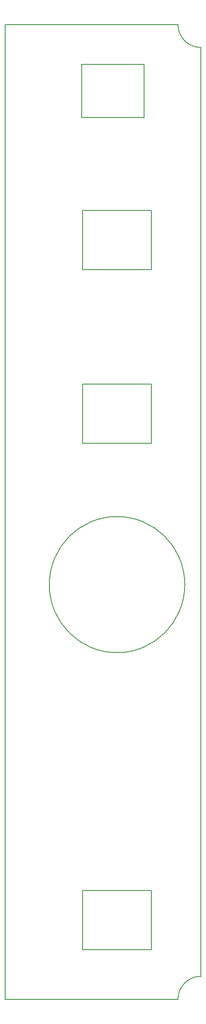
<source format=gbr>
G04 #@! TF.FileFunction,Profile,NP*
%FSLAX46Y46*%
G04 Gerber Fmt 4.6, Leading zero omitted, Abs format (unit mm)*
G04 Created by KiCad (PCBNEW 4.0.0-1rc2.201511291916+6190~38~ubuntu14.04.1-stable) date Mon 14 Mar 2016 12:19:52 PM PDT*
%MOMM*%
G01*
G04 APERTURE LIST*
%ADD10C,0.100000*%
%ADD11C,0.150000*%
G04 APERTURE END LIST*
D10*
D11*
X135335000Y-109750000D02*
G75*
G03X135335000Y-109750000I-13335000J0D01*
G01*
X115239800Y-48056800D02*
X115239800Y-36449000D01*
X128752600Y-48056800D02*
X115239800Y-48056800D01*
X128752600Y-36449000D02*
X128752600Y-48056800D01*
X115239800Y-36449000D02*
X128752600Y-36449000D01*
X115011200Y-7797800D02*
X114985800Y-7797800D01*
X115011200Y-18211800D02*
X115011200Y-7797800D01*
X127355600Y-18211800D02*
X115011200Y-18211800D01*
X127355600Y-7797800D02*
X127355600Y-18211800D01*
X115011200Y-7797800D02*
X127355600Y-7797800D01*
X115239800Y-70434200D02*
X115214400Y-70434200D01*
X115239800Y-82067400D02*
X115239800Y-70434200D01*
X128752600Y-82067400D02*
X115239800Y-82067400D01*
X128752600Y-70434200D02*
X128752600Y-82067400D01*
X115239800Y-70434200D02*
X128752600Y-70434200D01*
X115239800Y-169697400D02*
X115265200Y-169697400D01*
X115239800Y-181305200D02*
X115239800Y-169697400D01*
X128752600Y-181305200D02*
X115239800Y-181305200D01*
X128752600Y-169697400D02*
X128752600Y-181305200D01*
X115239800Y-169697400D02*
X128752600Y-169697400D01*
X138500000Y-186500000D02*
G75*
G03X134000000Y-191000000I0J-4500000D01*
G01*
X134000000Y0D02*
G75*
G03X138500000Y-4500000I4500000J0D01*
G01*
X100000000Y-191000000D02*
X100000000Y0D01*
X134000000Y-191000000D02*
X100000000Y-191000000D01*
X138500000Y-4500000D02*
X138500000Y-186500000D01*
X100000000Y0D02*
X134000000Y0D01*
M02*

</source>
